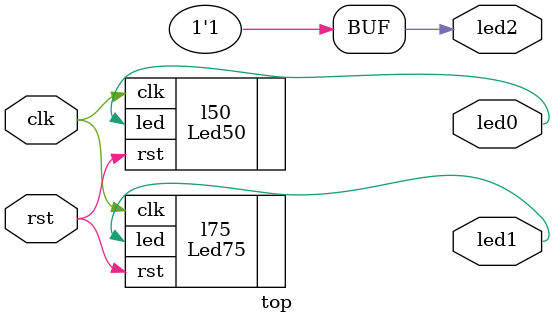
<source format=v>
`timescale 1ns / 1ps


module top(
    input clk, rst,
    output led0, led1, led2
    );

    Led50 l50 (.clk(clk), .rst(rst), .led(led0));
    Led75 l75 (.clk(clk), .rst(rst), .led(led1));
    or (led2, 1'b1, 1'b1);
endmodule

</source>
